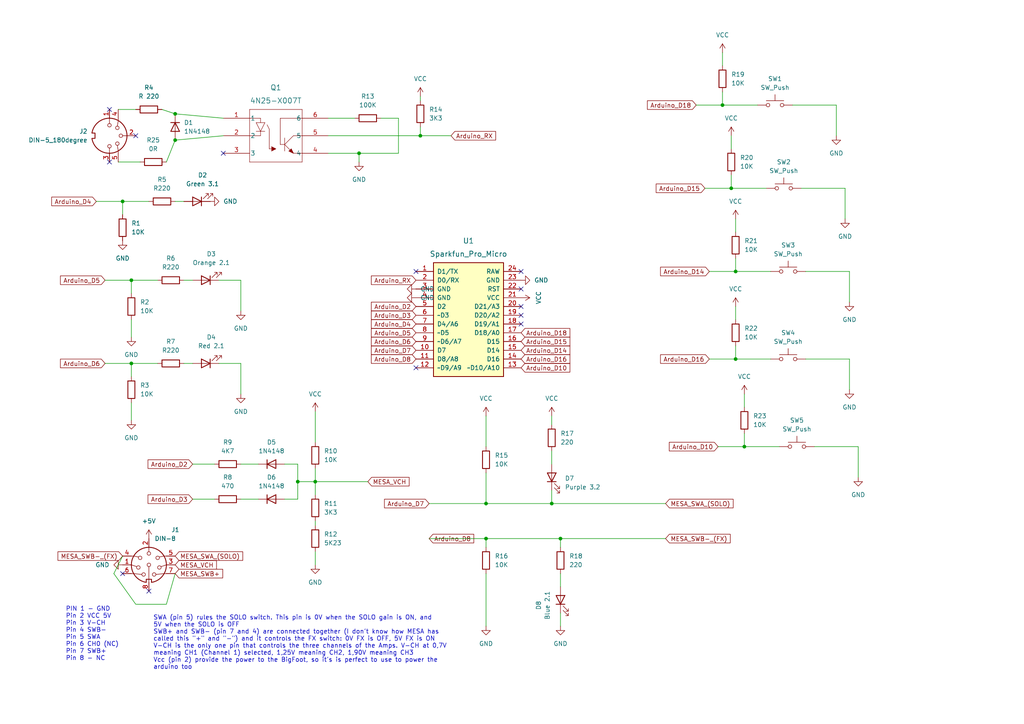
<source format=kicad_sch>
(kicad_sch (version 20211123) (generator eeschema)
  (paper "A4")
  (title_block (title "Dual Rectifier Foot Pedal") (rev "2"))
  (lib_symbols
    (symbol "4n25-x007t:4N25-X007T" (pin_names (offset 0.254))
      (property "Reference" "Q" (at 15.24 7.62 0))
      (property "Value" "4N25-X007T" (at 20.32 5.08 0))
      (symbol "4N25-X007T_0_1"
        (polyline (pts (xy 7.62 -12.7) (xy 22.86 -12.7)) (stroke (width 0.127)))
        (polyline (pts (xy 7.62 -5.08) (xy 10.795 -5.08)) (stroke (width 0.127)))
        (polyline (pts (xy 7.62 0) (xy 10.795 0)) (stroke (width 0.127)))
        (polyline (pts (xy 7.62 2.54) (xy 7.62 -12.7)) (stroke (width 0.127)))
        (polyline (pts (xy 9.525 -3.81) (xy 12.065 -3.81)) (stroke (width 0.127)))
        (polyline (pts (xy 9.525 -1.27) (xy 10.795 -3.81)) (stroke (width 0.127)))
        (polyline (pts (xy 9.525 -1.27) (xy 12.065 -1.27)) (stroke (width 0.127)))
        (polyline (pts (xy 10.795 -3.81) (xy 10.795 -5.08)) (stroke (width 0.127)))
        (polyline (pts (xy 10.795 0) (xy 10.795 -1.27)) (stroke (width 0.127)))
        (polyline (pts (xy 12.065 -1.27) (xy 10.795 -3.81)) (stroke (width 0.127)))
        (polyline (pts (xy 12.7 -1.905) (xy 13.335 -3.175)) (stroke (width 0.127)))
        (polyline (pts (xy 13.335 -8.89) (xy 14.605 -8.89)) (stroke (width 0.127)))
        (polyline (pts (xy 13.335 -3.175) (xy 13.335 -8.89)) (stroke (width 0.127)))
        (polyline (pts (xy 16.51 -7.62) (xy 17.78 -7.62)) (stroke (width 0.127)))
        (polyline (pts (xy 16.51 0) (xy 16.51 -7.62)) (stroke (width 0.127)))
        (polyline (pts (xy 17.78 -7.62) (xy 20.32 -10.16)) (stroke (width 0.127)))
        (polyline (pts (xy 17.78 -5.715) (xy 17.78 -9.525)) (stroke (width 0.127)))
        (polyline (pts (xy 19.05 -9.525) (xy 20.32 -10.16)) (stroke (width 0.127)))
        (polyline (pts (xy 19.685 -8.89) (xy 19.05 -9.525)) (stroke (width 0.127)))
        (polyline (pts (xy 20.32 -10.16) (xy 19.685 -8.89)) (stroke (width 0.127)))
        (polyline (pts (xy 20.32 -10.16) (xy 22.86 -10.16)) (stroke (width 0.127)))
        (polyline (pts (xy 20.32 -5.08) (xy 17.78 -7.62)) (stroke (width 0.127)))
        (polyline (pts (xy 22.86 -12.7) (xy 22.86 2.54)) (stroke (width 0.127)))
        (polyline (pts (xy 22.86 -5.08) (xy 20.32 -5.08)) (stroke (width 0.127)))
        (polyline (pts (xy 22.86 0) (xy 16.51 0)) (stroke (width 0.127)))
        (polyline (pts (xy 22.86 2.54) (xy 7.62 2.54)) (stroke (width 0.127)))
        (polyline (pts (xy 19.05 -9.525) (xy 20.32 -10.16) (xy 19.685 -8.89)) (fill (type outline)))
        (polyline (pts (xy 13.97 -8.255) (xy 15.24 -8.89) (xy 15.24 -8.89) (xy 13.97 -9.525)) (fill (type outline)))
        (pin unspecified line (at 0 0 0) (length 7.62) (name "1") (number "1"))
        (pin unspecified line (at 0 -5.08 0) (length 7.62) (name "2") (number "2"))
        (pin unspecified line (at 0 -10.16 0) (length 7.62) (name "3") (number "3"))
        (pin unspecified line (at 30.48 -10.16 180) (length 7.62) (name "4") (number "4"))
        (pin unspecified line (at 30.48 -5.08 180) (length 7.62) (name "5") (number "5"))
        (pin unspecified line (at 30.48 0 180) (length 7.62) (name "6") (number "6"))
      )
    )
    (symbol "Arduino:Sparkfun_Pro_Micro" (pin_names (offset 1.016))
      (property "Reference" "U" (at -8.89 21.59 0))
      (property "Value" "Sparkfun_Pro_Micro" (at 0 19.05 0))
      (symbol "Sparkfun_Pro_Micro_0_1"
        (rectangle (start -10.16 17.78) (end 10.16 -15.24) (stroke (width 0.254)) (fill (type background)))
      )
      (symbol "Sparkfun_Pro_Micro_1_1"
        (pin bidirectional line (at -15.24 15.24 0) (length 5.08) (name "D1/TX") (number "1"))
        (pin bidirectional line (at -15.24 -7.62 0) (length 5.08) (name "D7") (number "10"))
        (pin bidirectional line (at -15.24 -10.16 0) (length 5.08) (name "D8/A8") (number "11"))
        (pin bidirectional line (at -15.24 -12.7 0) (length 5.08) (name "~D9/A9") (number "12"))
        (pin bidirectional line (at 15.24 -12.7 180) (length 5.08) (name "~D10/A10") (number "13"))
        (pin bidirectional line (at 15.24 -10.16 180) (length 5.08) (name "D16") (number "14"))
        (pin bidirectional line (at 15.24 -7.62 180) (length 5.08) (name "D14") (number "15"))
        (pin bidirectional line (at 15.24 -5.08 180) (length 5.08) (name "D15") (number "16"))
        (pin bidirectional line (at 15.24 -2.54 180) (length 5.08) (name "D18/A0") (number "17"))
        (pin bidirectional line (at 15.24 0 180) (length 5.08) (name "D19/A1") (number "18"))
        (pin bidirectional line (at 15.24 2.54 180) (length 5.08) (name "D20/A2") (number "19"))
        (pin bidirectional line (at -15.24 12.7 0) (length 5.08) (name "D0/RX") (number "2"))
        (pin bidirectional line (at 15.24 5.08 180) (length 5.08) (name "D21/A3") (number "20"))
        (pin power_in line (at 15.24 7.62 180) (length 5.08) (name "VCC") (number "21"))
        (pin input line (at 15.24 10.16 180) (length 5.08) (name "RST") (number "22"))
        (pin power_in line (at 15.24 12.7 180) (length 5.08) (name "GND") (number "23"))
        (pin power_in line (at 15.24 15.24 180) (length 5.08) (name "RAW") (number "24"))
        (pin power_in line (at -15.24 10.16 0) (length 5.08) (name "GND") (number "3"))
        (pin power_in line (at -15.24 7.62 0) (length 5.08) (name "GND") (number "4"))
        (pin bidirectional line (at -15.24 5.08 0) (length 5.08) (name "D2") (number "5"))
        (pin bidirectional line (at -15.24 2.54 0) (length 5.08) (name "~D3") (number "6"))
        (pin bidirectional line (at -15.24 0 0) (length 5.08) (name "D4/A6") (number "7"))
        (pin bidirectional line (at -15.24 -2.54 0) (length 5.08) (name "~D5") (number "8"))
        (pin bidirectional line (at -15.24 -5.08 0) (length 5.08) (name "~D6/A7") (number "9"))
      )
    )
    (symbol "Connector:DIN-5_180degree" (pin_names (offset 1.016))
      (property "Reference" "J" (at 3.175 5.715 0))
      (property "Value" "DIN-5_180degree" (at 0 -6.35 0))
      (symbol "DIN-5_180degree_0_1"
        (arc (start -5.08 0) (mid -3.8597 -3.3379) (end -0.762 -5.08) (stroke (width 0.254)))
        (circle (center -3.048 0) (radius 0.508))
        (circle (center -2.286 2.286) (radius 0.508))
        (polyline (pts (xy -5.08 0) (xy -3.556 0)))
        (polyline (pts (xy 0 5.08) (xy 0 3.81)))
        (polyline (pts (xy 5.08 0) (xy 3.556 0)))
        (polyline (pts (xy -5.08 2.54) (xy -4.318 2.54) (xy -2.794 2.286)))
        (polyline (pts (xy 5.08 2.54) (xy 4.318 2.54) (xy 2.794 2.286)))
        (polyline (pts (xy -0.762 -4.953) (xy -0.762 -4.191) (xy 0.762 -4.191) (xy 0.762 -4.953)) (stroke (width 0.254)))
        (circle (center 0 3.302) (radius 0.508))
        (arc (start 0.762 -5.08) (mid 3.8673 -3.3444) (end 5.08 0) (stroke (width 0.254)))
        (circle (center 2.286 2.286) (radius 0.508))
        (circle (center 3.048 0) (radius 0.508))
        (arc (start 5.08 0) (mid 0 5.08) (end -5.08 0) (stroke (width 0.254)))
      )
      (symbol "DIN-5_180degree_1_1"
        (pin passive line (at -7.62 0 0) (length 2.54) (name "~") (number "1"))
        (pin passive line (at 0 7.62 270) (length 2.54) (name "~") (number "2"))
        (pin passive line (at 7.62 0 180) (length 2.54) (name "~") (number "3"))
        (pin passive line (at -7.62 2.54 0) (length 2.54) (name "~") (number "4"))
        (pin passive line (at 7.62 2.54 180) (length 2.54) (name "~") (number "5"))
      )
    )
    (symbol "Connector:DIN-8" (pin_names (offset 1.016))
      (property "Reference" "J" (at 3.175 5.715 0))
      (property "Value" "DIN-8" (at 2.032 -5.842 0))
      (symbol "DIN-8_0_1"
        (arc (start -5.08 0) (mid -3.8597 -3.3379) (end -0.762 -5.08) (stroke (width 0.254)))
        (circle (center -3.048 -0.762) (radius 0.508))
        (circle (center -2.54 2.032) (radius 0.508))
        (circle (center -1.524 -2.794) (radius 0.508))
        (polyline (pts (xy -5.08 0) (xy -3.556 -0.508)))
        (polyline (pts (xy 0 -0.508) (xy 0 -5.08)))
        (polyline (pts (xy 0 5.08) (xy 0 3.81)))
        (polyline (pts (xy 5.08 0) (xy 3.556 -0.508)))
        (polyline (pts (xy -5.08 -2.54) (xy -4.318 -2.54) (xy -2.032 -2.794)))
        (polyline (pts (xy -5.08 2.54) (xy -4.318 2.54) (xy -3.048 2.286)))
        (polyline (pts (xy 5.08 -2.54) (xy 4.318 -2.54) (xy 2.032 -2.794)))
        (polyline (pts (xy 5.08 2.54) (xy 4.318 2.54) (xy 3.048 2.286)))
        (polyline (pts (xy -0.762 -4.953) (xy -0.762 -4.191) (xy 0.762 -4.191) (xy 0.762 -4.953)) (stroke (width 0.254)))
        (circle (center 0 0) (radius 0.508))
        (circle (center 0 3.302) (radius 0.508))
        (arc (start 0.762 -5.08) (mid 3.8673 -3.3444) (end 5.08 0) (stroke (width 0.254)))
        (circle (center 1.524 -2.794) (radius 0.508))
        (circle (center 2.54 2.032) (radius 0.508))
        (circle (center 3.048 -0.762) (radius 0.508))
        (arc (start 5.08 0) (mid 0 5.08) (end -5.08 0) (stroke (width 0.254)))
      )
      (symbol "DIN-8_1_1"
        (pin passive line (at -7.62 0 0) (length 2.54) (name "~") (number "1"))
        (pin passive line (at 0 7.62 270) (length 2.54) (name "~") (number "2"))
        (pin passive line (at 7.62 0 180) (length 2.54) (name "~") (number "3"))
        (pin passive line (at -7.62 2.54 0) (length 2.54) (name "~") (number "4"))
        (pin passive line (at 7.62 2.54 180) (length 2.54) (name "~") (number "5"))
        (pin passive line (at -7.62 -2.54 0) (length 2.54) (name "~") (number "6"))
        (pin passive line (at 7.62 -2.54 180) (length 2.54) (name "~") (number "7"))
        (pin passive line (at 0 -7.62 90) (length 2.54) (name "~") (number "8"))
      )
    )
    (symbol "Device:LED" (pin_numbers hide) (pin_names (offset 1.016) hide)
      (property "Reference" "D" (at 0 2.54 0))
      (property "Value" "LED" (at 0 -2.54 0))
      (symbol "LED_0_1"
        (polyline (pts (xy -1.27 -1.27) (xy -1.27 1.27)) (stroke (width 0.254)))
        (polyline (pts (xy -1.27 0) (xy 1.27 0)))
        (polyline (pts (xy 1.27 -1.27) (xy 1.27 1.27) (xy -1.27 0) (xy 1.27 -1.27)) (stroke (width 0.254)))
        (polyline (pts (xy -3.048 -0.762) (xy -4.572 -2.286) (xy -3.81 -2.286) (xy -4.572 -2.286) (xy -4.572 -1.524)))
        (polyline (pts (xy -1.778 -0.762) (xy -3.302 -2.286) (xy -2.54 -2.286) (xy -3.302 -2.286) (xy -3.302 -1.524)))
      )
      (symbol "LED_1_1"
        (pin passive line (at -3.81 0 0) (length 2.54) (name "K") (number "1"))
        (pin passive line (at 3.81 0 180) (length 2.54) (name "A") (number "2"))
      )
    )
    (symbol "Device:R" (pin_numbers hide) (pin_names (offset 0))
      (property "Reference" "R" (at 2.032 0 90))
      (property "Value" "R" (at 0 0 90))
      (symbol "R_0_1"
        (rectangle (start -1.016 -2.54) (end 1.016 2.54) (stroke (width 0.254)))
      )
      (symbol "R_1_1"
        (pin passive line (at 0 3.81 270) (length 1.27) (name "~") (number "1"))
        (pin passive line (at 0 -3.81 90) (length 1.27) (name "~") (number "2"))
      )
    )
    (symbol "Diode:1N4148" (pin_numbers hide) (pin_names (offset 1.016) hide)
      (property "Reference" "D" (at 0 2.54 0))
      (property "Value" "1N4148" (at 0 -2.54 0))
      (symbol "1N4148_0_1"
        (polyline (pts (xy -1.27 1.27) (xy -1.27 -1.27)) (stroke (width 0.254)))
        (polyline (pts (xy 1.27 0) (xy -1.27 0)))
        (polyline (pts (xy 1.27 1.27) (xy 1.27 -1.27) (xy -1.27 0) (xy 1.27 1.27)) (stroke (width 0.254)))
      )
      (symbol "1N4148_1_1"
        (pin passive line (at -3.81 0 0) (length 2.54) (name "K") (number "1"))
        (pin passive line (at 3.81 0 180) (length 2.54) (name "A") (number "2"))
      )
    )
    (symbol "Switch:SW_Push" (pin_numbers hide) (pin_names (offset 1.016) hide)
      (property "Reference" "SW" (at 1.27 2.54 0))
      (property "Value" "SW_Push" (at 0 -1.524 0))
      (symbol "SW_Push_0_1"
        (circle (center -2.032 0) (radius 0.508))
        (polyline (pts (xy 0 1.27) (xy 0 3.048)))
        (polyline (pts (xy 2.54 1.27) (xy -2.54 1.27)))
        (circle (center 2.032 0) (radius 0.508))
        (pin passive line (at -5.08 0 0) (length 2.54) (name "1") (number "1"))
        (pin passive line (at 5.08 0 180) (length 2.54) (name "2") (number "2"))
      )
    )
    (symbol "power:+5V" (power) (pin_names (offset 0))
      (property "Value" "+5V" (at 0 3.556 0))
      (symbol "+5V_0_1"
        (polyline (pts (xy -0.762 1.27) (xy 0 2.54)))
        (polyline (pts (xy 0 0) (xy 0 2.54)))
        (polyline (pts (xy 0 2.54) (xy 0.762 1.27)))
      )
      (symbol "+5V_1_1"
        (pin power_in line (at 0 0 90) (length 0) hide (name "+5V") (number "1"))
      )
    )
    (symbol "power:GND" (power) (pin_names (offset 0))
      (property "Value" "GND" (at 0 -3.81 0))
      (symbol "GND_0_1"
        (polyline (pts (xy 0 0) (xy 0 -1.27) (xy 1.27 -1.27) (xy 0 -2.54) (xy -1.27 -1.27) (xy 0 -1.27)))
      )
      (symbol "GND_1_1"
        (pin power_in line (at 0 0 270) (length 0) hide (name "GND") (number "1"))
      )
    )
    (symbol "power:VCC" (power) (pin_names (offset 0))
      (property "Value" "VCC" (at 0 3.81 0))
      (symbol "VCC_0_1"
        (polyline (pts (xy -0.762 1.27) (xy 0 2.54)))
        (polyline (pts (xy 0 0) (xy 0 2.54)))
        (polyline (pts (xy 0 2.54) (xy 0.762 1.27)))
      )
      (symbol "VCC_1_1"
        (pin power_in line (at 0 0 90) (length 0) hide (name "VCC") (number "1"))
      )
    )
  )
  (junction (at 215.9 129.54))
  (junction (at 162.56 156.21))
  (junction (at 50.8 33.02))
  (junction (at 38.1 105.41))
  (junction (at 213.36 104.14))
  (junction (at 140.97 156.21))
  (junction (at 121.92 39.37))
  (junction (at 38.1 81.28))
  (junction (at 50.8 40.64))
  (junction (at 213.36 78.74))
  (junction (at 35.56 58.42))
  (junction (at 212.09 54.61))
  (junction (at 86.36 139.7))
  (junction (at 104.14 44.45))
  (junction (at 91.44 139.7))
  (junction (at 140.97 146.05))
  (junction (at 160.02 146.05))
  (junction (at 209.55 30.48))
  (no_connect (at 151.13 91.44))
  (no_connect (at 31.75 31.75))
  (no_connect (at 39.37 39.37))
  (no_connect (at 31.75 46.99))
  (no_connect (at 120.65 78.74))
  (no_connect (at 151.13 83.82))
  (no_connect (at 43.18 171.45))
  (no_connect (at 35.56 166.37))
  (no_connect (at 120.65 106.68))
  (no_connect (at 64.77 44.45))
  (no_connect (at 151.13 93.98))
  (no_connect (at 151.13 88.9))
  (no_connect (at 151.13 78.74))
  (wire (pts (xy 140.97 156.21) (xy 140.97 158.75)))
  (wire (pts (xy 213.36 92.71) (xy 213.36 88.9)))
  (wire (pts (xy 55.88 134.62) (xy 62.23 134.62)))
  (wire (pts (xy 121.92 39.37) (xy 95.25 39.37)))
  (wire (pts (xy 82.55 134.62) (xy 86.36 134.62)))
  (wire (pts (xy 209.55 26.67) (xy 209.55 30.48)))
  (wire (pts (xy 27.94 58.42) (xy 35.56 58.42)))
  (wire (pts (xy 245.11 54.61) (xy 245.11 63.5)))
  (wire (pts (xy 213.36 67.31) (xy 213.36 63.5)))
  (wire (pts (xy 91.44 160.02) (xy 91.44 163.83)))
  (wire (pts (xy 34.29 46.99) (xy 40.64 46.99)))
  (wire (pts (xy 140.97 129.54) (xy 140.97 120.65)))
  (wire (pts (xy 74.93 134.62) (xy 69.85 134.62)))
  (wire (pts (xy 48.26 175.26) (xy 50.8 166.37)))
  (wire (pts (xy 33.02 166.37) (xy 35.56 161.29)))
  (wire (pts (xy 140.97 156.21) (xy 162.56 156.21)))
  (wire (pts (xy 160.02 146.05) (xy 193.04 146.05)))
  (wire (pts (xy 63.5 105.41) (xy 69.85 105.41)))
  (wire (pts (xy 35.56 58.42) (xy 43.18 58.42)))
  (wire (pts (xy 204.47 54.61) (xy 212.09 54.61)))
  (wire (pts (xy 209.55 19.05) (xy 209.55 15.24)))
  (wire (pts (xy 34.29 31.75) (xy 39.37 31.75)))
  (wire (pts (xy 162.56 177.8) (xy 162.56 181.61)))
  (wire (pts (xy 212.09 54.61) (xy 222.25 54.61)))
  (wire (pts (xy 209.55 30.48) (xy 219.71 30.48)))
  (wire (pts (xy 64.77 39.37) (xy 50.8 40.64)))
  (wire (pts (xy 86.36 139.7) (xy 86.36 144.78)))
  (wire (pts (xy 91.44 128.27) (xy 91.44 119.38)))
  (wire (pts (xy 91.44 139.7) (xy 91.44 135.89)))
  (wire (pts (xy 38.1 121.92) (xy 38.1 116.84)))
  (wire (pts (xy 55.88 105.41) (xy 53.34 105.41)))
  (wire (pts (xy 39.37 175.26) (xy 33.02 166.37)))
  (wire (pts (xy 39.37 175.26) (xy 48.26 175.26)))
  (wire (pts (xy 38.1 109.22) (xy 38.1 105.41)))
  (wire (pts (xy 121.92 36.83) (xy 121.92 39.37)))
  (wire (pts (xy 162.56 156.21) (xy 162.56 158.75)))
  (wire (pts (xy 213.36 104.14) (xy 223.52 104.14)))
  (wire (pts (xy 38.1 105.41) (xy 45.72 105.41)))
  (wire (pts (xy 55.88 144.78) (xy 62.23 144.78)))
  (wire (pts (xy 86.36 139.7) (xy 91.44 139.7)))
  (wire (pts (xy 124.46 156.21) (xy 140.97 156.21)))
  (wire (pts (xy 213.36 100.33) (xy 213.36 104.14)))
  (wire (pts (xy 246.38 78.74) (xy 233.68 78.74)))
  (wire (pts (xy 38.1 85.09) (xy 38.1 81.28)))
  (wire (pts (xy 213.36 78.74) (xy 223.52 78.74)))
  (wire (pts (xy 160.02 146.05) (xy 160.02 142.24)))
  (wire (pts (xy 193.04 156.21) (xy 162.56 156.21)))
  (wire (pts (xy 242.57 30.48) (xy 242.57 39.37)))
  (wire (pts (xy 55.88 81.28) (xy 53.34 81.28)))
  (wire (pts (xy 201.93 30.48) (xy 209.55 30.48)))
  (wire (pts (xy 124.46 146.05) (xy 140.97 146.05)))
  (wire (pts (xy 215.9 118.11) (xy 215.9 114.3)))
  (wire (pts (xy 246.38 104.14) (xy 246.38 113.03)))
  (wire (pts (xy 115.57 34.29) (xy 115.57 44.45)))
  (wire (pts (xy 38.1 81.28) (xy 45.72 81.28)))
  (wire (pts (xy 215.9 129.54) (xy 226.06 129.54)))
  (wire (pts (xy 86.36 134.62) (xy 86.36 139.7)))
  (wire (pts (xy 212.09 50.8) (xy 212.09 54.61)))
  (wire (pts (xy 86.36 144.78) (xy 82.55 144.78)))
  (wire (pts (xy 95.25 44.45) (xy 104.14 44.45)))
  (wire (pts (xy 35.56 62.23) (xy 35.56 58.42)))
  (wire (pts (xy 63.5 81.28) (xy 69.85 81.28)))
  (wire (pts (xy 102.87 34.29) (xy 95.25 34.29)))
  (wire (pts (xy 248.92 129.54) (xy 248.92 138.43)))
  (wire (pts (xy 140.97 181.61) (xy 140.97 166.37)))
  (wire (pts (xy 121.92 39.37) (xy 130.81 39.37)))
  (wire (pts (xy 69.85 144.78) (xy 74.93 144.78)))
  (wire (pts (xy 91.44 151.13) (xy 91.44 152.4)))
  (wire (pts (xy 69.85 105.41) (xy 69.85 114.3)))
  (wire (pts (xy 53.34 58.42) (xy 50.8 58.42)))
  (wire (pts (xy 38.1 97.79) (xy 38.1 92.71)))
  (wire (pts (xy 69.85 81.28) (xy 69.85 90.17)))
  (wire (pts (xy 91.44 139.7) (xy 106.68 139.7)))
  (wire (pts (xy 162.56 166.37) (xy 162.56 170.18)))
  (wire (pts (xy 64.77 34.29) (xy 50.8 33.02)))
  (wire (pts (xy 246.38 78.74) (xy 246.38 87.63)))
  (wire (pts (xy 46.99 31.75) (xy 50.8 33.02)))
  (wire (pts (xy 205.74 78.74) (xy 213.36 78.74)))
  (wire (pts (xy 160.02 134.62) (xy 160.02 130.81)))
  (wire (pts (xy 246.38 104.14) (xy 233.68 104.14)))
  (wire (pts (xy 110.49 34.29) (xy 115.57 34.29)))
  (wire (pts (xy 140.97 146.05) (xy 140.97 137.16)))
  (wire (pts (xy 208.28 129.54) (xy 215.9 129.54)))
  (wire (pts (xy 213.36 74.93) (xy 213.36 78.74)))
  (wire (pts (xy 115.57 44.45) (xy 104.14 44.45)))
  (wire (pts (xy 30.48 81.28) (xy 38.1 81.28)))
  (wire (pts (xy 104.14 46.99) (xy 104.14 44.45)))
  (wire (pts (xy 121.92 29.21) (xy 121.92 27.94)))
  (wire (pts (xy 205.74 104.14) (xy 213.36 104.14)))
  (wire (pts (xy 248.92 129.54) (xy 236.22 129.54)))
  (wire (pts (xy 212.09 43.18) (xy 212.09 39.37)))
  (wire (pts (xy 245.11 54.61) (xy 232.41 54.61)))
  (wire (pts (xy 91.44 143.51) (xy 91.44 139.7)))
  (wire (pts (xy 48.26 46.99) (xy 50.8 40.64)))
  (wire (pts (xy 30.48 105.41) (xy 38.1 105.41)))
  (wire (pts (xy 160.02 123.19) (xy 160.02 120.65)))
  (wire (pts (xy 242.57 30.48) (xy 229.87 30.48)))
  (wire (pts (xy 140.97 146.05) (xy 160.02 146.05)))
  (wire (pts (xy 215.9 125.73) (xy 215.9 129.54)))
  (text "SWA (pin 5) rules the SOLO switch. This pin is 0V when the SOLO gain is ON, and \n5V when the SOLO is OFF\nSWB+ and SWB- (pin 7 and 4) are connected together (I don't know how MESA has \ncalled this \"+\" and \"-\") and it controls the FX switch: 0V FX is OFF, 5V FX is ON\nV-CH is the only one pin that controls the three channels of the Amps. V-CH at 0,7V \nmeaning CH1 (Channel 1) selected, 1,25V meaning CH2, 1,90V meaning CH3\nVcc (pin 2) provide the power to the BigFoot, so it's is perfect to use to power the \narduino too" (at 44.45 194.31 0) (effects (font (size 1.27 1.27)) (justify left bottom)))
  (text "PIN 1 - GND\nPin 2 VCC 5V\nPin 3 V-CH\nPin 4 SWB-\nPin 5 SWA\nPin 6 CH0 (NC)\nPin 7 SWB+\nPin 8 - NC" (at 19.05 191.77 0) (effects (font (size 1.27 1.27)) (justify left bottom)))
  (global_label "MESA_VCH" (shape input) (at 106.68 139.7 0) (property "Intersheet References" "${INTERSHEET_REFS}" (effects hide)))
  (global_label "Arduino_RX" (shape input) (at 130.81 39.37 0) (property "Intersheet References" "${INTERSHEET_REFS}" (effects hide)))
  (global_label "Arduino_D7" (shape input) (at 124.46 146.05 180) (property "Intersheet References" "${INTERSHEET_REFS}" (effects hide)))
  (global_label "Arduino_D10" (shape input) (at 151.13 106.68 0) (property "Intersheet References" "${INTERSHEET_REFS}" (effects hide)))
  (global_label "Arduino_D5" (shape input) (at 120.65 96.52 180) (property "Intersheet References" "${INTERSHEET_REFS}" (effects hide)))
  (global_label "Arduino_D6" (shape input) (at 120.65 99.06 180) (property "Intersheet References" "${INTERSHEET_REFS}" (effects hide)))
  (global_label "Arduino_D7" (shape input) (at 120.65 101.6 180) (property "Intersheet References" "${INTERSHEET_REFS}" (effects hide)))
  (global_label "Arduino_D3" (shape input) (at 120.65 91.44 180) (property "Intersheet References" "${INTERSHEET_REFS}" (effects hide)))
  (global_label "Arduino_D2" (shape input) (at 55.88 134.62 180) (property "Intersheet References" "${INTERSHEET_REFS}" (effects hide)))
  (global_label "Arduino_D8" (shape input) (at 120.65 104.14 180) (property "Intersheet References" "${INTERSHEET_REFS}" (effects hide)))
  (global_label "MESA_VCH" (shape input) (at 50.8 163.83 0) (property "Intersheet References" "${INTERSHEET_REFS}" (effects hide)))
  (global_label "Arduino_D15" (shape input) (at 204.47 54.61 180) (property "Intersheet References" "${INTERSHEET_REFS}" (effects hide)))
  (global_label "MESA_SWA_(SOLO)" (shape input) (at 50.8 161.29 0) (property "Intersheet References" "${INTERSHEET_REFS}" (effects hide)))
  (global_label "Arduino_D10" (shape input) (at 208.28 129.54 180) (property "Intersheet References" "${INTERSHEET_REFS}" (effects hide)))
  (global_label "Arduino_D14" (shape input) (at 151.13 101.6 0) (property "Intersheet References" "${INTERSHEET_REFS}" (effects hide)))
  (global_label "Arduino_D4" (shape input) (at 120.65 93.98 180) (property "Intersheet References" "${INTERSHEET_REFS}" (effects hide)))
  (global_label "MESA_SWB+" (shape input) (at 50.8 166.37 0) (property "Intersheet References" "${INTERSHEET_REFS}" (effects hide)))
  (global_label "Arduino_D18" (shape input) (at 151.13 96.52 0) (property "Intersheet References" "${INTERSHEET_REFS}" (effects hide)))
  (global_label "MESA_SWA_(SOLO)" (shape input) (at 193.04 146.05 0) (property "Intersheet References" "${INTERSHEET_REFS}" (effects hide)))
  (global_label "Arduino_D16" (shape input) (at 205.74 104.14 180) (property "Intersheet References" "${INTERSHEET_REFS}" (effects hide)))
  (global_label "Arduino_D6" (shape input) (at 30.48 105.41 180) (property "Intersheet References" "${INTERSHEET_REFS}" (effects hide)))
  (global_label "Arduino_D4" (shape input) (at 27.94 58.42 180) (property "Intersheet References" "${INTERSHEET_REFS}" (effects hide)))
  (global_label "Arduino_D5" (shape input) (at 30.48 81.28 180) (property "Intersheet References" "${INTERSHEET_REFS}" (effects hide)))
  (global_label "Arduino_D3" (shape input) (at 55.88 144.78 180) (property "Intersheet References" "${INTERSHEET_REFS}" (effects hide)))
  (global_label "Arduino_D2" (shape input) (at 120.65 88.9 180) (property "Intersheet References" "${INTERSHEET_REFS}" (effects hide)))
  (global_label "Arduino_D8" (shape input) (at 124.46 156.21 0) (property "Intersheet References" "${INTERSHEET_REFS}" (effects hide)))
  (global_label "Arduino_D15" (shape input) (at 151.13 99.06 0) (property "Intersheet References" "${INTERSHEET_REFS}" (effects hide)))
  (global_label "MESA_SWB-_(FX)" (shape input) (at 193.04 156.21 0) (property "Intersheet References" "${INTERSHEET_REFS}" (effects hide)))
  (global_label "Arduino_D16" (shape input) (at 151.13 104.14 0) (property "Intersheet References" "${INTERSHEET_REFS}" (effects hide)))
  (global_label "Arduino_D14" (shape input) (at 205.74 78.74 180) (property "Intersheet References" "${INTERSHEET_REFS}" (effects hide)))
  (global_label "Arduino_D18" (shape input) (at 201.93 30.48 180) (property "Intersheet References" "${INTERSHEET_REFS}" (effects hide)))
  (global_label "MESA_SWB-_(FX)" (shape input) (at 35.56 161.29 180) (property "Intersheet References" "${INTERSHEET_REFS}" (effects hide)))
  (global_label "Arduino_RX" (shape input) (at 120.65 81.28 180) (property "Intersheet References" "${INTERSHEET_REFS}" (effects hide)))
  (symbol (lib_id "power:GND") (at 35.56 69.85 0) (unit 1)
    (property "Reference" "#PWR0125" (effects hide))
    (property "Value" "GND" (at 35.56 74.93 0))
  )
  (symbol (lib_id "Device:R") (at 44.45 46.99 90) (unit 1)
    (property "Reference" "R25" (at 44.45 40.64 90))
    (property "Value" "0R" (at 44.45 43.18 90))
    (property "Footprint" "Resistor_SMD:R_0805_2012Metric" (effects hide))
  )
  (symbol (lib_id "power:GND") (at 69.85 114.3 0) (unit 1)
    (property "Reference" "#PWR0109" (effects hide))
    (property "Value" "GND" (at 69.85 119.38 0))
  )
  (symbol (lib_id "Device:R") (at 106.68 34.29 270) (unit 1)
    (property "Reference" "R13" (at 106.68 27.94 90))
    (property "Value" "100K" (at 106.68 30.48 90))
    (property "Footprint" "Resistor_SMD:R_0805_2012Metric" (effects hide))
  )
  (symbol (lib_id "Device:R") (at 49.53 81.28 270) (unit 1)
    (property "Reference" "R6" (at 49.53 74.93 90))
    (property "Value" "R220" (at 49.53 77.47 90))
    (property "Footprint" "Resistor_SMD:R_0805_2012Metric" (effects hide))
  )
  (symbol (lib_id "Device:LED") (at 162.56 173.99 90) (unit 1)
    (property "Reference" "D8" (at 156.21 175.5775 0))
    (property "Value" "Blue 2.1" (at 158.75 175.5775 0))
    (property "Footprint" "LED_THT:LED_D5.0mm" (effects hide))
  )
  (symbol (lib_id "Device:R") (at 160.02 127 0) (unit 1)
    (property "Reference" "R17" (at 162.56 125.7299 0) (effects (justify left)))
    (property "Value" "220" (at 162.56 128.2699 0) (effects (justify left)))
    (property "Footprint" "Resistor_SMD:R_0805_2012Metric" (effects hide))
  )
  (symbol (lib_id "Switch:SW_Push") (at 224.79 30.48 0) (unit 1)
    (property "Reference" "SW1" (at 224.79 22.86 0))
    (property "Value" "SW_Push" (at 224.79 25.4 0))
    (property "Footprint" "Connector_PinHeader_2.54mm:PinHeader_1x02_P2.54mm_Vertical" (effects hide))
  )
  (symbol (lib_id "Device:R") (at 140.97 162.56 0) (unit 1)
    (property "Reference" "R16" (at 143.51 161.2899 0) (effects (justify left)))
    (property "Value" "10K" (at 143.51 163.8299 0) (effects (justify left)))
    (property "Footprint" "Resistor_SMD:R_0805_2012Metric" (effects hide))
  )
  (symbol (lib_id "Switch:SW_Push") (at 231.14 129.54 0) (unit 1)
    (property "Reference" "SW5" (at 231.14 121.92 0))
    (property "Value" "SW_Push" (at 231.14 124.46 0))
    (property "Footprint" "Connector_PinHeader_2.54mm:PinHeader_1x02_P2.54mm_Vertical" (effects hide))
  )
  (symbol (lib_id "power:GND") (at 69.85 90.17 0) (unit 1)
    (property "Reference" "#PWR0126" (effects hide))
    (property "Value" "GND" (at 69.85 95.25 0))
  )
  (symbol (lib_id "Device:R") (at 35.56 66.04 0) (unit 1)
    (property "Reference" "R1" (at 38.1 64.7699 0) (effects (justify left)))
    (property "Value" "10K" (at 38.1 67.3099 0) (effects (justify left)))
    (property "Footprint" "Resistor_SMD:R_0805_2012Metric" (effects hide))
  )
  (symbol (lib_id "Device:R") (at 212.09 46.99 0) (unit 1)
    (property "Reference" "R20" (at 214.63 45.7199 0) (effects (justify left)))
    (property "Value" "10K" (at 214.63 48.2599 0) (effects (justify left)))
    (property "Footprint" "Resistor_SMD:R_0805_2012Metric" (effects hide))
  )
  (symbol (lib_id "4n25-x007t:4N25-X007T") (at 64.77 34.29 0) (unit 1)
    (property "Reference" "Q1" (at 80.01 25.4 0) (effects (font (size 1.524 1.524))))
    (property "Value" "4N25-X007T" (at 80.01 29.21 0) (effects (font (size 1.524 1.524))))
    (property "Footprint" "4n25-x007t:X007_VIS" (effects hide))
    (property "Datasheet" "4N25-X007T" (effects hide))
  )
  (symbol (lib_id "power:GND") (at 120.65 83.82 270) (unit 1)
    (property "Reference" "#PWR0115" (effects hide))
    (property "Value" "GND" (at 121.92 83.8199 90) (effects (justify left)))
  )
  (symbol (lib_id "Device:LED") (at 59.69 105.41 180) (unit 1)
    (property "Reference" "D4" (at 61.2775 97.79 0))
    (property "Value" "Red 2.1" (at 61.2775 100.33 0))
    (property "Footprint" "LED_THT:LED_D5.0mm" (effects hide))
  )
  (symbol (lib_id "Device:R") (at 121.92 33.02 0) (unit 1)
    (property "Reference" "R14" (at 124.46 31.7499 0) (effects (justify left)))
    (property "Value" "3K3" (at 124.46 34.2899 0) (effects (justify left)))
    (property "Footprint" "Resistor_SMD:R_0805_2012Metric" (effects hide))
  )
  (symbol (lib_id "power:VCC") (at 215.9 114.3 0) (unit 1)
    (property "Reference" "#PWR0122" (effects hide))
    (property "Value" "VCC" (at 215.9 109.22 0))
  )
  (symbol (lib_id "Device:R") (at 49.53 105.41 270) (unit 1)
    (property "Reference" "R7" (at 49.53 99.06 90))
    (property "Value" "R220" (at 49.53 101.6 90))
    (property "Footprint" "Resistor_SMD:R_0805_2012Metric" (effects hide))
  )
  (symbol (lib_id "power:VCC") (at 213.36 88.9 0) (unit 1)
    (property "Reference" "#PWR0121" (effects hide))
    (property "Value" "VCC" (at 213.36 83.82 0))
  )
  (symbol (lib_id "Device:LED") (at 59.69 81.28 180) (unit 1)
    (property "Reference" "D3" (at 61.2775 73.66 0))
    (property "Value" "Orange 2.1" (at 61.2775 76.2 0))
    (property "Footprint" "LED_THT:LED_D5.0mm" (effects hide))
  )
  (symbol (lib_id "Device:R") (at 38.1 113.03 0) (unit 1)
    (property "Reference" "R3" (at 40.64 111.7599 0) (effects (justify left)))
    (property "Value" "10K" (at 40.64 114.2999 0) (effects (justify left)))
    (property "Footprint" "Resistor_SMD:R_0805_2012Metric" (effects hide))
  )
  (symbol (lib_id "power:VCC") (at 121.92 27.94 0) (unit 1)
    (property "Reference" "#PWR0111" (effects hide))
    (property "Value" "VCC" (at 121.92 22.86 0))
  )
  (symbol (lib_id "Device:R") (at 66.04 144.78 270) (unit 1)
    (property "Reference" "R8" (at 66.04 138.43 90))
    (property "Value" "470" (at 66.04 140.97 90))
    (property "Footprint" "Resistor_SMD:R_0805_2012Metric" (effects hide))
  )
  (symbol (lib_id "power:VCC") (at 91.44 119.38 0) (unit 1)
    (property "Reference" "#PWR0101" (effects hide))
    (property "Value" "VCC" (at 91.44 114.3 0))
  )
  (symbol (lib_id "Switch:SW_Push") (at 228.6 78.74 0) (unit 1)
    (property "Reference" "SW3" (at 228.6 71.12 0))
    (property "Value" "SW_Push" (at 228.6 73.66 0))
    (property "Footprint" "Connector_PinHeader_2.54mm:PinHeader_1x02_P2.54mm_Vertical" (effects hide))
  )
  (symbol (lib_id "Device:R") (at 91.44 147.32 0) (unit 1)
    (property "Reference" "R11" (at 93.98 146.0499 0) (effects (justify left)))
    (property "Value" "3K3" (at 93.98 148.5899 0) (effects (justify left)))
    (property "Footprint" "Resistor_SMD:R_0805_2012Metric" (effects hide))
  )
  (symbol (lib_id "power:GND") (at 242.57 39.37 0) (unit 1)
    (property "Reference" "#PWR0112" (effects hide))
    (property "Value" "GND" (at 242.57 44.45 0))
  )
  (symbol (lib_id "power:VCC") (at 212.09 39.37 0) (unit 1)
    (property "Reference" "#PWR0108" (effects hide))
    (property "Value" "VCC" (at 212.09 34.29 0))
  )
  (symbol (lib_id "Device:R") (at 209.55 22.86 0) (unit 1)
    (property "Reference" "R19" (at 212.09 21.5899 0) (effects (justify left)))
    (property "Value" "10K" (at 212.09 24.1299 0) (effects (justify left)))
    (property "Footprint" "Resistor_SMD:R_0805_2012Metric" (effects hide))
  )
  (symbol (lib_id "Device:R") (at 213.36 71.12 0) (unit 1)
    (property "Reference" "R21" (at 215.9 69.8499 0) (effects (justify left)))
    (property "Value" "10K" (at 215.9 72.3899 0) (effects (justify left)))
    (property "Footprint" "Resistor_SMD:R_0805_2012Metric" (effects hide))
  )
  (symbol (lib_id "power:GND") (at 120.65 86.36 270) (unit 1)
    (property "Reference" "#PWR0116" (effects hide))
    (property "Value" "GND" (at 121.92 86.3599 90) (effects (justify left)))
  )
  (symbol (lib_id "Diode:1N4148") (at 78.74 134.62 0) (unit 1)
    (property "Reference" "D5" (at 78.74 128.27 0))
    (property "Value" "1N4148" (at 78.74 130.81 0))
    (property "Footprint" "1N4148W-13-L:SOD123_DIO" (effects hide))
    (property "Datasheet" "https://assets.nexperia.com/documents/data-sheet/1N4148_1N4448.pdf" (effects hide))
  )
  (symbol (lib_id "Device:R") (at 213.36 96.52 0) (unit 1)
    (property "Reference" "R22" (at 215.9 95.2499 0) (effects (justify left)))
    (property "Value" "10K" (at 215.9 97.7899 0) (effects (justify left)))
    (property "Footprint" "Resistor_SMD:R_0805_2012Metric" (effects hide))
  )
  (symbol (lib_id "power:VCC") (at 151.13 86.36 270) (unit 1)
    (property "Reference" "#PWR0128" (effects hide))
    (property "Value" "VCC" (at 156.21 86.36 0))
  )
  (symbol (lib_id "Device:R") (at 38.1 88.9 0) (unit 1)
    (property "Reference" "R2" (at 40.64 87.6299 0) (effects (justify left)))
    (property "Value" "10K" (at 40.64 90.1699 0) (effects (justify left)))
    (property "Footprint" "Resistor_SMD:R_0805_2012Metric" (effects hide))
    (property "Datasheet" "(sheet_instances" (effects hide))
  )
  (symbol (lib_id "Device:R") (at 215.9 121.92 0) (unit 1)
    (property "Reference" "R23" (at 218.44 120.6499 0) (effects (justify left)))
    (property "Value" "10K" (at 218.44 123.1899 0) (effects (justify left)))
    (property "Footprint" "Resistor_SMD:R_0805_2012Metric" (effects hide))
  )
  (symbol (lib_id "power:GND") (at 151.13 81.28 90) (unit 1)
    (property "Reference" "#PWR0119" (effects hide))
    (property "Value" "GND" (at 154.94 81.2799 90) (effects (justify right)))
  )
  (symbol (lib_id "power:GND") (at 35.56 163.83 270) (unit 1)
    (property "Reference" "#PWR0129" (effects hide))
    (property "Value" "GND" (at 31.75 163.8299 90) (effects (justify right)))
  )
  (symbol (lib_id "power:GND") (at 38.1 121.92 0) (unit 1)
    (property "Reference" "#PWR0102" (effects hide))
    (property "Value" "GND" (at 38.1 127 0))
  )
  (symbol (lib_id "Diode:1N4148") (at 78.74 144.78 0) (unit 1)
    (property "Reference" "D6" (at 78.74 138.43 0))
    (property "Value" "1N4148" (at 78.74 140.97 0))
    (property "Footprint" "1N4148W-13-L:SOD123_DIO" (effects hide))
    (property "Datasheet" "https://assets.nexperia.com/documents/data-sheet/1N4148_1N4448.pdf" (effects hide))
  )
  (symbol (lib_id "power:GND") (at 248.92 138.43 0) (unit 1)
    (property "Reference" "#PWR0107" (effects hide))
    (property "Value" "GND" (at 248.92 143.51 0))
  )
  (symbol (lib_id "Device:R") (at 43.18 31.75 270) (unit 1)
    (property "Reference" "R4" (at 43.18 25.4 90))
    (property "Value" "R 220" (at 43.18 27.94 90))
    (property "Footprint" "Resistor_SMD:R_0805_2012Metric" (effects hide))
  )
  (symbol (lib_id "power:GND") (at 104.14 46.99 0) (unit 1)
    (property "Reference" "#PWR0114" (effects hide))
    (property "Value" "GND" (at 104.14 52.07 0))
  )
  (symbol (lib_id "Device:R") (at 162.56 162.56 0) (unit 1)
    (property "Reference" "R18" (at 165.1 161.2899 0) (effects (justify left)))
    (property "Value" "220" (at 165.1 163.8299 0) (effects (justify left)))
    (property "Footprint" "Resistor_SMD:R_0805_2012Metric" (effects hide))
  )
  (symbol (lib_id "power:GND") (at 140.97 181.61 0) (unit 1)
    (property "Reference" "#PWR0120" (effects hide))
    (property "Value" "GND" (at 140.97 186.69 0))
  )
  (symbol (lib_id "power:GND") (at 246.38 87.63 0) (unit 1)
    (property "Reference" "#PWR0110" (effects hide))
    (property "Value" "GND" (at 246.38 92.71 0))
  )
  (symbol (lib_id "power:VCC") (at 209.55 15.24 0) (unit 1)
    (property "Reference" "#PWR0106" (effects hide))
    (property "Value" "VCC" (at 209.55 10.16 0))
  )
  (symbol (lib_id "Device:R") (at 140.97 133.35 0) (unit 1)
    (property "Reference" "R15" (at 143.51 132.0799 0) (effects (justify left)))
    (property "Value" "10K" (at 143.51 134.6199 0) (effects (justify left)))
    (property "Footprint" "Resistor_SMD:R_0805_2012Metric" (effects hide))
  )
  (symbol (lib_id "Switch:SW_Push") (at 228.6 104.14 0) (unit 1)
    (property "Reference" "SW4" (at 228.6 96.52 0))
    (property "Value" "SW_Push" (at 228.6 99.06 0))
    (property "Footprint" "Connector_PinHeader_2.54mm:PinHeader_1x02_P2.54mm_Vertical" (effects hide))
  )
  (symbol (lib_id "power:VCC") (at 213.36 63.5 0) (unit 1)
    (property "Reference" "#PWR0105" (effects hide))
    (property "Value" "VCC" (at 213.36 58.42 0))
  )
  (symbol (lib_id "power:+5V") (at 43.18 156.21 0) (unit 1)
    (property "Reference" "#PWR0130" (effects hide))
    (property "Value" "+5V" (at 43.18 151.13 0))
  )
  (symbol (lib_id "Device:LED") (at 160.02 138.43 90) (unit 1)
    (property "Reference" "D7" (at 163.83 138.7474 90) (effects (justify right)))
    (property "Value" "Purple 3.2" (at 163.83 141.2874 90) (effects (justify right)))
    (property "Footprint" "LED_THT:LED_D5.0mm" (effects hide))
  )
  (symbol (lib_id "Connector:DIN-5_180degree") (at 31.75 39.37 270) (unit 1)
    (property "Reference" "J2" (at 25.4 38.1 90) (effects (justify right)))
    (property "Value" "DIN-5_180degree" (at 25.4 40.64 90) (effects (justify right)))
    (property "Footprint" "Connector_PinHeader_2.54mm:PinHeader_1x05_P2.54mm_Vertical" (effects hide))
    (property "Datasheet" "http://www.mouser.com/ds/2/18/40_c091_abd_e-75918.pdf" (effects hide))
  )
  (symbol (lib_id "Device:R") (at 66.04 134.62 270) (unit 1)
    (property "Reference" "R9" (at 66.04 128.27 90))
    (property "Value" "4K7" (at 66.04 130.81 90))
    (property "Footprint" "Resistor_SMD:R_0805_2012Metric" (effects hide))
  )
  (symbol (lib_id "Connector:DIN-8") (at 43.18 163.83 0) (unit 1)
    (property "Reference" "J1" (at 52.07 153.67 0) (effects (justify right)))
    (property "Value" "DIN-8" (at 44.8311 156.21 0) (effects (justify left)))
    (property "Footprint" "Connector_PinHeader_2.54mm:PinHeader_1x08_P2.54mm_Vertical" (effects hide))
    (property "Datasheet" "http://www.mouser.com/ds/2/18/40_c091_abd_e-75918.pdf" (effects hide))
  )
  (symbol (lib_id "Device:R") (at 91.44 156.21 0) (unit 1)
    (property "Reference" "R12" (at 93.98 154.9399 0) (effects (justify left)))
    (property "Value" "5K23" (at 93.98 157.4799 0) (effects (justify left)))
    (property "Footprint" "Resistor_SMD:R_0805_2012Metric" (effects hide))
  )
  (symbol (lib_id "Device:R") (at 91.44 132.08 0) (unit 1)
    (property "Reference" "R10" (at 93.98 130.8099 0) (effects (justify left)))
    (property "Value" "10K" (at 93.98 133.3499 0) (effects (justify left)))
    (property "Footprint" "Resistor_SMD:R_0805_2012Metric" (effects hide))
  )
  (symbol (lib_id "Device:LED") (at 57.15 58.42 180) (unit 1)
    (property "Reference" "D2" (at 58.7375 50.8 0))
    (property "Value" "Green 3.1" (at 58.7375 53.34 0))
    (property "Footprint" "LED_THT:LED_D5.0mm" (effects hide))
  )
  (symbol (lib_id "power:GND") (at 246.38 113.03 0) (unit 1)
    (property "Reference" "#PWR0104" (effects hide))
    (property "Value" "GND" (at 246.38 118.11 0))
  )
  (symbol (lib_id "power:VCC") (at 160.02 120.65 0) (unit 1)
    (property "Reference" "#PWR0118" (effects hide))
    (property "Value" "VCC" (at 160.02 115.57 0))
  )
  (symbol (lib_id "power:VCC") (at 140.97 120.65 0) (unit 1)
    (property "Reference" "#PWR0117" (effects hide))
    (property "Value" "VCC" (at 140.97 115.57 0))
  )
  (symbol (lib_id "power:GND") (at 38.1 97.79 0) (unit 1)
    (property "Reference" "#PWR0124" (effects hide))
    (property "Value" "GND" (at 38.1 102.87 0))
  )
  (symbol (lib_id "Device:R") (at 46.99 58.42 270) (unit 1)
    (property "Reference" "R5" (at 46.99 52.07 90))
    (property "Value" "R220" (at 46.99 54.61 90))
    (property "Footprint" "Resistor_SMD:R_0805_2012Metric" (effects hide))
  )
  (symbol (lib_id "Switch:SW_Push") (at 227.33 54.61 0) (unit 1)
    (property "Reference" "SW2" (at 227.33 46.99 0))
    (property "Value" "SW_Push" (at 227.33 49.53 0))
    (property "Footprint" "Connector_PinHeader_2.54mm:PinHeader_1x02_P2.54mm_Vertical" (effects hide))
  )
  (symbol (lib_id "power:GND") (at 60.96 58.42 90) (unit 1)
    (property "Reference" "#PWR0127" (effects hide))
    (property "Value" "GND" (at 64.77 58.4199 90) (effects (justify right)))
  )
  (symbol (lib_id "Arduino:Sparkfun_Pro_Micro") (at 135.89 93.98 0) (unit 1)
    (property "Reference" "U1" (at 135.89 69.85 0) (effects (font (size 1.524 1.524))))
    (property "Value" "Sparkfun_Pro_Micro" (at 135.89 73.66 0) (effects (font (size 1.524 1.524))))
    (property "Footprint" "Arduino:Sparkfun_Pro_Micro" (effects hide))
    (property "Datasheet" "https://www.sparkfun.com/products/12640" (effects hide))
  )
  (symbol (lib_id "power:GND") (at 245.11 63.5 0) (unit 1)
    (property "Reference" "#PWR0113" (effects hide))
    (property "Value" "GND" (at 245.11 68.58 0))
  )
  (symbol (lib_id "power:GND") (at 91.44 163.83 0) (unit 1)
    (property "Reference" "#PWR0103" (effects hide))
    (property "Value" "GND" (at 91.44 168.91 0))
  )
  (symbol (lib_id "Diode:1N4148") (at 50.8 36.83 270) (unit 1)
    (property "Reference" "D1" (at 53.34 35.5599 90) (effects (justify left)))
    (property "Value" "1N4148" (at 53.34 38.0999 90) (effects (justify left)))
    (property "Footprint" "1N4148W-13-L:SOD123_DIO" (effects hide))
    (property "Datasheet" "https://assets.nexperia.com/documents/data-sheet/1N4148_1N4448.pdf" (effects hide))
  )
  (symbol (lib_id "power:GND") (at 162.56 181.61 0) (unit 1)
    (property "Reference" "#PWR0123" (effects hide))
    (property "Value" "GND" (at 162.56 186.69 0))
  )
)
</source>
